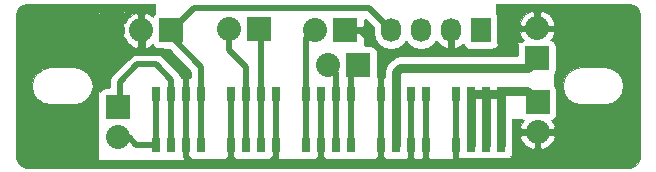
<source format=gbr>
G04 #@! TF.FileFunction,Copper,L1,Top,Signal*
%FSLAX46Y46*%
G04 Gerber Fmt 4.6, Leading zero omitted, Abs format (unit mm)*
G04 Created by KiCad (PCBNEW 0.201509121501+6184~30~ubuntu14.04.1-product) date Tue 15 Sep 2015 06:43:39 CEST*
%MOMM*%
G01*
G04 APERTURE LIST*
%ADD10C,0.100000*%
%ADD11R,2.032000X2.032000*%
%ADD12O,2.032000X2.032000*%
%ADD13R,1.727200X2.032000*%
%ADD14O,1.727200X2.032000*%
%ADD15R,0.710000X1.270000*%
%ADD16C,0.500000*%
%ADD17C,0.254000*%
%ADD18C,0.750000*%
%ADD19C,0.030000*%
G04 APERTURE END LIST*
D10*
D11*
X14680000Y13480000D03*
D12*
X12140000Y13480000D03*
D11*
X10210000Y6980000D03*
D12*
X10210000Y4440000D03*
D11*
X45670000Y11110000D03*
D12*
X45670000Y13650000D03*
D11*
X29440000Y13510000D03*
D12*
X26900000Y13510000D03*
D11*
X22110000Y13560000D03*
D12*
X19570000Y13560000D03*
D13*
X40910000Y13510000D03*
D14*
X38370000Y13510000D03*
X35830000Y13510000D03*
X33290000Y13510000D03*
D15*
X38810000Y8130000D03*
X38810000Y3810000D03*
X40080000Y8130000D03*
X40080000Y3810000D03*
X41350000Y8130000D03*
X41350000Y3810000D03*
X42620000Y8130000D03*
X42620000Y3810000D03*
X36270000Y8130000D03*
X29920000Y8130000D03*
X23570000Y8130000D03*
X17220000Y8130000D03*
X35000000Y8130000D03*
X28650000Y8130000D03*
X22300000Y8130000D03*
X15950000Y8130000D03*
X33730000Y8130000D03*
X27380000Y8130000D03*
X21030000Y8130000D03*
X14680000Y8130000D03*
X32460000Y8130000D03*
X26110000Y8130000D03*
X19760000Y8130000D03*
X13410000Y8130000D03*
X36270000Y3810000D03*
X29920000Y3810000D03*
X23570000Y3810000D03*
X17220000Y3810000D03*
X35000000Y3810000D03*
X28650000Y3810000D03*
X22300000Y3810000D03*
X15950000Y3810000D03*
X33730000Y3810000D03*
X27380000Y3810000D03*
X21030000Y3810000D03*
X14680000Y3810000D03*
X32460000Y3810000D03*
X26110000Y3810000D03*
X19760000Y3810000D03*
X13410000Y3810000D03*
D11*
X45710000Y7430000D03*
D12*
X45710000Y4890000D03*
D11*
X30520000Y10520000D03*
D12*
X27980000Y10520000D03*
D16*
X29440000Y13510000D02*
X30660000Y13510000D01*
X30660000Y13510000D02*
X32855000Y11315000D01*
X32460000Y8130000D02*
X32460000Y10920000D01*
X38370000Y11940000D02*
X38370000Y13510000D01*
X38090000Y11660000D02*
X38370000Y11940000D01*
X33200000Y11660000D02*
X38090000Y11660000D01*
X32460000Y10920000D02*
X32855000Y11315000D01*
X32855000Y11315000D02*
X33200000Y11660000D01*
X35000000Y3810000D02*
X35000000Y2600000D01*
X36280000Y2570000D02*
X36280000Y3800000D01*
X36020000Y2310000D02*
X36280000Y2570000D01*
X35290000Y2310000D02*
X36020000Y2310000D01*
X35000000Y2600000D02*
X35290000Y2310000D01*
X36280000Y3800000D02*
X36270000Y3810000D01*
X23570000Y3810000D02*
X23570000Y2530000D01*
X27380000Y2660000D02*
X27380000Y3810000D01*
X26960000Y2240000D02*
X27380000Y2660000D01*
X23860000Y2240000D02*
X26960000Y2240000D01*
X23570000Y2530000D02*
X23860000Y2240000D01*
X38810000Y8130000D02*
X38810000Y3810000D01*
X38810000Y3810000D02*
X38810000Y2290000D01*
X32470000Y3800000D02*
X32470000Y8100002D01*
X32470000Y8100002D02*
X32489998Y8120000D01*
X32489998Y8120000D02*
X32470000Y8120000D01*
X32470000Y3550000D02*
X32470000Y2630000D01*
X32470000Y2630000D02*
X32810000Y2290000D01*
X32810000Y2290000D02*
X34710000Y2290000D01*
X34710000Y2290000D02*
X35010000Y2590000D01*
X32110000Y2290000D02*
X32470000Y2650000D01*
X32470000Y2650000D02*
X32470000Y3550000D01*
X27770000Y2290000D02*
X32110000Y2290000D01*
X35010000Y2590000D02*
X35010000Y3550000D01*
X35010000Y3550000D02*
X35010000Y7870000D01*
D17*
X34910000Y3450000D02*
X35010000Y3550000D01*
X35010000Y3550000D02*
X35010000Y2590000D01*
X27390000Y3550000D02*
X27390000Y2670000D01*
D16*
X27390000Y2670000D02*
X27770000Y2290000D01*
X27390000Y2670000D02*
X27390000Y7870000D01*
X38810000Y2290000D02*
X36610000Y2290000D01*
X36610000Y2290000D02*
X36280000Y2620000D01*
X36280000Y2620000D02*
X36280000Y3550000D01*
X36280000Y7870000D02*
X36280000Y3550000D01*
X12270000Y11930000D02*
X12270000Y13490000D01*
X12510000Y11690000D02*
X12270000Y11930000D01*
X14010000Y11690000D02*
X12510000Y11690000D01*
X15960000Y9740000D02*
X14010000Y11690000D01*
X23580000Y2760000D02*
X23580000Y3550000D01*
X23580000Y3550000D02*
X23580000Y7870000D01*
X23130000Y2310000D02*
X23580000Y2760000D01*
X15960000Y8120000D02*
X15960000Y9740000D01*
X15960000Y3550000D02*
X15960000Y7870000D01*
D17*
X15960000Y7870000D02*
X15910000Y7920000D01*
D16*
X15960000Y2740000D02*
X16410000Y2290000D01*
X15960000Y3550000D02*
X15960000Y2740000D01*
X19410000Y2290000D02*
X19770000Y2650000D01*
X16410000Y2290000D02*
X19410000Y2290000D01*
X20110000Y2310000D02*
X23130000Y2310000D01*
X19770000Y2650000D02*
X20110000Y2310000D01*
X19770000Y7870000D02*
X19770000Y3550000D01*
X19770000Y3550000D02*
X19770000Y2650000D01*
X14680000Y13480000D02*
X14770000Y13480000D01*
X14770000Y13480000D02*
X16630000Y15340000D01*
X31460000Y15340000D02*
X33290000Y13510000D01*
X16630000Y15340000D02*
X31460000Y15340000D01*
X14680000Y13480000D02*
X14680000Y13730000D01*
D17*
X14680000Y13480000D02*
X14680000Y13570000D01*
D16*
X17230000Y8120000D02*
X17230000Y10370000D01*
X17230000Y3550000D02*
X17230000Y7870000D01*
D17*
X17230000Y7870000D02*
X17210000Y7890000D01*
D16*
X17230000Y10370000D02*
X14810000Y12790000D01*
X14810000Y12790000D02*
X14810000Y13490000D01*
X14690000Y8120000D02*
X14690000Y9281642D01*
X14690000Y9281642D02*
X13381642Y10590000D01*
X14690000Y7870000D02*
X14690000Y3550000D01*
X13381642Y10590000D02*
X11810000Y10590000D01*
X11810000Y10590000D02*
X10310000Y9090000D01*
X10310000Y9090000D02*
X10310000Y6990000D01*
X11720000Y3800000D02*
X11070000Y4450000D01*
D17*
X11070000Y4450000D02*
X10310000Y4450000D01*
D16*
X13420000Y3800000D02*
X11720000Y3800000D01*
X13420000Y7870000D02*
X13420000Y3550000D01*
D18*
X33730000Y8130000D02*
X33730000Y9950000D01*
X34090000Y10310000D02*
X44870000Y10310000D01*
X33730000Y9950000D02*
X34090000Y10310000D01*
X44870000Y10310000D02*
X45670000Y11110000D01*
X33740000Y3800000D02*
X33740000Y8120000D01*
D16*
X26120000Y3550000D02*
X26120000Y7870000D01*
D17*
X26120000Y7870000D02*
X26110000Y7880000D01*
D16*
X26110000Y7880000D02*
X26110000Y12830000D01*
X26110000Y12830000D02*
X26870000Y13590000D01*
X22310000Y8120000D02*
X22310000Y13390000D01*
X22310000Y3550000D02*
X22310000Y7870000D01*
D17*
X22310000Y7870000D02*
X22110000Y8070000D01*
D16*
X22310000Y13390000D02*
X22110000Y13590000D01*
X19570000Y11830000D02*
X19570000Y13590000D01*
X21010000Y10390000D02*
X19570000Y11830000D01*
X21010000Y7900000D02*
X21010000Y10390000D01*
X21040000Y3550000D02*
X21040000Y7870000D01*
D17*
X21040000Y7870000D02*
X21010000Y7900000D01*
D18*
X40080000Y3810000D02*
X40080000Y8130000D01*
X40080000Y8130000D02*
X41350000Y8130000D01*
X41350000Y8130000D02*
X42620000Y8130000D01*
X42620000Y8130000D02*
X42820000Y8330000D01*
X42820000Y8330000D02*
X44810000Y8330000D01*
X44810000Y8330000D02*
X45710000Y7430000D01*
X42620000Y3810000D02*
X42620000Y8130000D01*
X41350000Y3810000D02*
X41350000Y8130000D01*
D17*
X40010000Y7430000D02*
X40010000Y7990000D01*
D16*
X29920000Y3810000D02*
X29920000Y8130000D01*
X29920000Y8130000D02*
X29930000Y8140000D01*
X29930000Y8140000D02*
X29930000Y9930000D01*
X29930000Y9930000D02*
X30520000Y10520000D01*
X28650000Y3810000D02*
X28650000Y8130000D01*
X28650000Y8130000D02*
X28620000Y8160000D01*
X28620000Y8160000D02*
X28620000Y9880000D01*
X28620000Y9880000D02*
X27980000Y10520000D01*
D17*
G36*
X8699214Y8477300D02*
X8925449Y8631880D01*
X9194000Y8686263D01*
X9383000Y8686263D01*
X9383000Y9090000D01*
X9453564Y9444748D01*
X9581615Y9636390D01*
X9654512Y9745488D01*
X11154512Y11245488D01*
X11455252Y11446436D01*
X11810000Y11517000D01*
X13381642Y11517000D01*
X13736390Y11446436D01*
X14037130Y11245488D01*
X15345488Y9937130D01*
X15546437Y9636389D01*
X15570185Y9517000D01*
X16303000Y9517000D01*
X16303000Y9986024D01*
X14515287Y11773737D01*
X13664000Y11773737D01*
X13477000Y11808924D01*
X13477000Y11680000D01*
X13468315Y11633841D01*
X13441035Y11591447D01*
X13399410Y11563006D01*
X13350000Y11553000D01*
X10760000Y11553000D01*
X10713841Y11561685D01*
X10671447Y11588965D01*
X10643006Y11630590D01*
X10633000Y11680000D01*
X10633000Y12782649D01*
X10497388Y13069991D01*
X10622722Y13332000D01*
X10633000Y13332000D01*
X10633000Y13628000D01*
X10622722Y13628000D01*
X10497388Y13890009D01*
X10633000Y14177351D01*
X10633000Y14955184D01*
X8637000Y14868402D01*
X8637000Y9112101D01*
X8674131Y8925431D01*
X8674131Y8641769D01*
X8637000Y8455099D01*
X8637000Y8380616D01*
X8699214Y8477300D01*
X8699214Y8477300D01*
G37*
X8699214Y8477300D02*
X8925449Y8631880D01*
X9194000Y8686263D01*
X9383000Y8686263D01*
X9383000Y9090000D01*
X9453564Y9444748D01*
X9581615Y9636390D01*
X9654512Y9745488D01*
X11154512Y11245488D01*
X11455252Y11446436D01*
X11810000Y11517000D01*
X13381642Y11517000D01*
X13736390Y11446436D01*
X14037130Y11245488D01*
X15345488Y9937130D01*
X15546437Y9636389D01*
X15570185Y9517000D01*
X16303000Y9517000D01*
X16303000Y9986024D01*
X14515287Y11773737D01*
X13664000Y11773737D01*
X13477000Y11808924D01*
X13477000Y11680000D01*
X13468315Y11633841D01*
X13441035Y11591447D01*
X13399410Y11563006D01*
X13350000Y11553000D01*
X10760000Y11553000D01*
X10713841Y11561685D01*
X10671447Y11588965D01*
X10643006Y11630590D01*
X10633000Y11680000D01*
X10633000Y12782649D01*
X10497388Y13069991D01*
X10622722Y13332000D01*
X10633000Y13332000D01*
X10633000Y13628000D01*
X10622722Y13628000D01*
X10497388Y13890009D01*
X10633000Y14177351D01*
X10633000Y14955184D01*
X8637000Y14868402D01*
X8637000Y9112101D01*
X8674131Y8925431D01*
X8674131Y8641769D01*
X8637000Y8455099D01*
X8637000Y8380616D01*
X8699214Y8477300D01*
G36*
X32678000Y9950000D02*
X32758079Y10352583D01*
X32986124Y10693876D01*
X33346124Y11053876D01*
X33687417Y11281921D01*
X34090000Y11362000D01*
X43963737Y11362000D01*
X43963737Y12126000D01*
X43998924Y12313000D01*
X43784124Y12313000D01*
X43770145Y12303319D01*
X43720799Y12293003D01*
X42424508Y12284850D01*
X42416656Y12243119D01*
X42268386Y12012700D01*
X42042151Y11858120D01*
X41773600Y11803737D01*
X40046400Y11803737D01*
X39795519Y11850944D01*
X39565100Y11999214D01*
X39410520Y12225449D01*
X39405368Y12250889D01*
X39279225Y12113644D01*
X38756066Y11866157D01*
X38518000Y11994260D01*
X38518000Y13362000D01*
X38538000Y13362000D01*
X38538000Y13658000D01*
X38518000Y13658000D01*
X38518000Y13678000D01*
X38222000Y13678000D01*
X38222000Y13658000D01*
X38202000Y13658000D01*
X38202000Y13362000D01*
X38222000Y13362000D01*
X38222000Y11994260D01*
X37983934Y11866157D01*
X37460775Y12113644D01*
X37100299Y12505845D01*
X36919369Y12235063D01*
X36419562Y11901103D01*
X35830000Y11783832D01*
X35240438Y11901103D01*
X34740631Y12235063D01*
X34560000Y12505397D01*
X34379369Y12235063D01*
X33879562Y11901103D01*
X33290000Y11783832D01*
X32700438Y11901103D01*
X32200631Y12235063D01*
X31866671Y12734870D01*
X31749400Y13324432D01*
X31749400Y13695568D01*
X31756709Y13732315D01*
X31133000Y14356024D01*
X31133000Y13827250D01*
X30963750Y13658000D01*
X29588000Y13658000D01*
X29588000Y13678000D01*
X29292000Y13678000D01*
X29292000Y13658000D01*
X29272000Y13658000D01*
X29272000Y13362000D01*
X29292000Y13362000D01*
X29292000Y13342000D01*
X29588000Y13342000D01*
X29588000Y13362000D01*
X30963750Y13362000D01*
X31133000Y13192750D01*
X31133000Y12359336D01*
X31077879Y12226263D01*
X31536000Y12226263D01*
X31786881Y12179056D01*
X32017300Y12030786D01*
X32171880Y11804551D01*
X32226263Y11536000D01*
X32226263Y9517000D01*
X32678000Y9517000D01*
X32678000Y9950000D01*
X32678000Y9950000D01*
G37*
X32678000Y9950000D02*
X32758079Y10352583D01*
X32986124Y10693876D01*
X33346124Y11053876D01*
X33687417Y11281921D01*
X34090000Y11362000D01*
X43963737Y11362000D01*
X43963737Y12126000D01*
X43998924Y12313000D01*
X43784124Y12313000D01*
X43770145Y12303319D01*
X43720799Y12293003D01*
X42424508Y12284850D01*
X42416656Y12243119D01*
X42268386Y12012700D01*
X42042151Y11858120D01*
X41773600Y11803737D01*
X40046400Y11803737D01*
X39795519Y11850944D01*
X39565100Y11999214D01*
X39410520Y12225449D01*
X39405368Y12250889D01*
X39279225Y12113644D01*
X38756066Y11866157D01*
X38518000Y11994260D01*
X38518000Y13362000D01*
X38538000Y13362000D01*
X38538000Y13658000D01*
X38518000Y13658000D01*
X38518000Y13678000D01*
X38222000Y13678000D01*
X38222000Y13658000D01*
X38202000Y13658000D01*
X38202000Y13362000D01*
X38222000Y13362000D01*
X38222000Y11994260D01*
X37983934Y11866157D01*
X37460775Y12113644D01*
X37100299Y12505845D01*
X36919369Y12235063D01*
X36419562Y11901103D01*
X35830000Y11783832D01*
X35240438Y11901103D01*
X34740631Y12235063D01*
X34560000Y12505397D01*
X34379369Y12235063D01*
X33879562Y11901103D01*
X33290000Y11783832D01*
X32700438Y11901103D01*
X32200631Y12235063D01*
X31866671Y12734870D01*
X31749400Y13324432D01*
X31749400Y13695568D01*
X31756709Y13732315D01*
X31133000Y14356024D01*
X31133000Y13827250D01*
X30963750Y13658000D01*
X29588000Y13658000D01*
X29588000Y13678000D01*
X29292000Y13678000D01*
X29292000Y13658000D01*
X29272000Y13658000D01*
X29272000Y13362000D01*
X29292000Y13362000D01*
X29292000Y13342000D01*
X29588000Y13342000D01*
X29588000Y13362000D01*
X30963750Y13362000D01*
X31133000Y13192750D01*
X31133000Y12359336D01*
X31077879Y12226263D01*
X31536000Y12226263D01*
X31786881Y12179056D01*
X32017300Y12030786D01*
X32171880Y11804551D01*
X32226263Y11536000D01*
X32226263Y9517000D01*
X32678000Y9517000D01*
X32678000Y9950000D01*
D19*
G36*
X53818420Y1920948D02*
X54121343Y2123354D01*
X54323752Y2426280D01*
X54396100Y2790002D01*
X54396100Y14777198D01*
X54323752Y15140920D01*
X54121343Y15443846D01*
X53818420Y15646252D01*
X53454698Y15718600D01*
X42145000Y15718600D01*
X42145000Y14910879D01*
X42146839Y14909696D01*
X42266712Y14734256D01*
X42308885Y14526000D01*
X42308885Y14123889D01*
X44205777Y14123889D01*
X44299533Y14350283D01*
X44671840Y14821432D01*
X45196108Y15114241D01*
X45431000Y15039597D01*
X45431000Y13889000D01*
X45909000Y13889000D01*
X45909000Y15039597D01*
X46143892Y15114241D01*
X46668160Y14821432D01*
X47040467Y14350283D01*
X47134223Y14123889D01*
X47057821Y13889000D01*
X45909000Y13889000D01*
X45431000Y13889000D01*
X44282179Y13889000D01*
X44205777Y14123889D01*
X42308885Y14123889D01*
X42308885Y12494000D01*
X42296098Y12426045D01*
X43705000Y12434906D01*
X43705000Y12440000D01*
X43706182Y12445836D01*
X43709541Y12450752D01*
X43714548Y12453974D01*
X43720000Y12455000D01*
X44241837Y12455000D01*
X44270304Y12499239D01*
X44445744Y12619112D01*
X44544912Y12639194D01*
X44299533Y12949717D01*
X44205777Y13176111D01*
X44282179Y13411000D01*
X45431000Y13411000D01*
X45431000Y13391000D01*
X45909000Y13391000D01*
X45909000Y13411000D01*
X47057821Y13411000D01*
X47134223Y13176111D01*
X47040467Y12949717D01*
X46796165Y12640556D01*
X46880553Y12624677D01*
X47059239Y12509696D01*
X47096611Y12455000D01*
X47110000Y12455000D01*
X47115836Y12453818D01*
X47120752Y12450459D01*
X47123974Y12445452D01*
X47125000Y12440000D01*
X47125000Y12413452D01*
X47179112Y12334256D01*
X47221285Y12126000D01*
X47221285Y10094000D01*
X47184677Y9899447D01*
X47125000Y9806706D01*
X47125000Y8791994D01*
X47146232Y8760919D01*
X47837349Y8760919D01*
X47837349Y8786281D01*
X47951530Y9360305D01*
X47951530Y9360306D01*
X47961235Y9383737D01*
X48286395Y9870372D01*
X48304328Y9888306D01*
X48790963Y10213465D01*
X48814394Y10223170D01*
X49388419Y10337351D01*
X49394821Y10337351D01*
X49401100Y10338600D01*
X51401100Y10338600D01*
X51407379Y10337351D01*
X51413781Y10337351D01*
X51987806Y10223170D01*
X52011237Y10213465D01*
X52497872Y9888305D01*
X52506177Y9880000D01*
X52515806Y9870372D01*
X52840965Y9383737D01*
X52850670Y9360306D01*
X52850670Y9360305D01*
X52964851Y8786281D01*
X52964851Y8760919D01*
X52850670Y8186894D01*
X52840965Y8163463D01*
X52515806Y7676828D01*
X52497872Y7658895D01*
X52011237Y7333735D01*
X51987806Y7324030D01*
X51413781Y7209849D01*
X51407379Y7209849D01*
X51401100Y7208600D01*
X49401100Y7208600D01*
X49394821Y7209849D01*
X49388419Y7209849D01*
X48814394Y7324030D01*
X48790963Y7333735D01*
X48304328Y7658894D01*
X48294329Y7668894D01*
X48286395Y7676828D01*
X47961235Y8163463D01*
X47951530Y8186894D01*
X47837349Y8760919D01*
X47146232Y8760919D01*
X47219112Y8654256D01*
X47261285Y8446000D01*
X47261285Y6414000D01*
X47224677Y6219447D01*
X47125000Y6064544D01*
X47125000Y5990000D01*
X47123818Y5984164D01*
X47120459Y5979248D01*
X47115452Y5976026D01*
X47110000Y5975000D01*
X47013452Y5975000D01*
X46934256Y5920888D01*
X46835088Y5900806D01*
X47080467Y5590283D01*
X47174223Y5363889D01*
X47097821Y5129000D01*
X45949000Y5129000D01*
X45949000Y5149000D01*
X45471000Y5149000D01*
X45471000Y5129000D01*
X44322179Y5129000D01*
X44245777Y5363889D01*
X44339533Y5590283D01*
X44583835Y5899444D01*
X44499447Y5915323D01*
X44406706Y5975000D01*
X43545000Y5975000D01*
X43545000Y4416111D01*
X44245777Y4416111D01*
X44322179Y4651000D01*
X45471000Y4651000D01*
X45471000Y3500403D01*
X45949000Y3500403D01*
X45949000Y4651000D01*
X47097821Y4651000D01*
X47174223Y4416111D01*
X47080467Y4189717D01*
X46708160Y3718568D01*
X46183892Y3425759D01*
X45949000Y3500403D01*
X45471000Y3500403D01*
X45236108Y3425759D01*
X44711840Y3718568D01*
X44339533Y4189717D01*
X44245777Y4416111D01*
X43545000Y4416111D01*
X43545000Y2830608D01*
X43543822Y2824781D01*
X43540466Y2819862D01*
X43535460Y2816637D01*
X43529595Y2815613D01*
X43523793Y2816953D01*
X43403621Y2871577D01*
X43395755Y2859353D01*
X43551051Y2690142D01*
X43553627Y2686270D01*
X43554993Y2680474D01*
X43553996Y2674604D01*
X43550794Y2669584D01*
X43545891Y2666205D01*
X43540060Y2665000D01*
X43091055Y2663217D01*
X42975000Y2639715D01*
X42265000Y2639715D01*
X42159756Y2659518D01*
X41795651Y2658072D01*
X41705000Y2639715D01*
X40995000Y2639715D01*
X40916006Y2654579D01*
X40500246Y2652928D01*
X40435000Y2639715D01*
X39725000Y2639715D01*
X39672257Y2649639D01*
X39025000Y2647068D01*
X39025000Y2590000D01*
X39023818Y2584164D01*
X39020459Y2579248D01*
X39015452Y2576026D01*
X39010049Y2575000D01*
X8510049Y2475000D01*
X8504209Y2476163D01*
X8499282Y2479506D01*
X8496044Y2484502D01*
X8495000Y2490000D01*
X8495000Y14990000D01*
X8496182Y14995836D01*
X8499541Y15000752D01*
X8504548Y15003974D01*
X8509348Y15004986D01*
X10759348Y15102812D01*
X10765230Y15101885D01*
X10770288Y15098742D01*
X10773724Y15093880D01*
X10775000Y15087826D01*
X10775000Y14131581D01*
X10968568Y14478160D01*
X11439717Y14850467D01*
X11666111Y14944223D01*
X11901000Y14867821D01*
X11901000Y13719000D01*
X11881000Y13719000D01*
X11881000Y13241000D01*
X11901000Y13241000D01*
X11901000Y12092179D01*
X11666111Y12015777D01*
X11439717Y12109533D01*
X10968568Y12481840D01*
X10775000Y12828419D01*
X10775000Y11695000D01*
X13335000Y11695000D01*
X13335000Y12051837D01*
X13290761Y12080304D01*
X13170888Y12255744D01*
X13150806Y12354912D01*
X12840283Y12109533D01*
X12613889Y12015777D01*
X12379000Y12092179D01*
X12379000Y13241000D01*
X12399000Y13241000D01*
X12399000Y13719000D01*
X12379000Y13719000D01*
X12379000Y14867821D01*
X12613889Y14944223D01*
X12840283Y14850467D01*
X13149444Y14606165D01*
X13165323Y14690553D01*
X13280304Y14869239D01*
X13335000Y14906611D01*
X13335000Y15718600D01*
X2467502Y15718600D01*
X2103780Y15646252D01*
X1800854Y15443843D01*
X1598448Y15140920D01*
X1526100Y14777198D01*
X1526100Y8770919D01*
X2897349Y8770919D01*
X2897349Y8796281D01*
X3011530Y9370305D01*
X3011530Y9370306D01*
X3021235Y9393737D01*
X3346395Y9880372D01*
X3364328Y9898306D01*
X3850963Y10223465D01*
X3874394Y10233170D01*
X4448419Y10347351D01*
X4454821Y10347351D01*
X4461100Y10348600D01*
X6461100Y10348600D01*
X6467379Y10347351D01*
X6473781Y10347351D01*
X7047806Y10233170D01*
X7071237Y10223465D01*
X7557872Y9898305D01*
X7558166Y9898011D01*
X7575806Y9880372D01*
X7900965Y9393737D01*
X7910670Y9370306D01*
X7910670Y9370305D01*
X8024851Y8796281D01*
X8024851Y8770919D01*
X7910670Y8196894D01*
X7900965Y8173463D01*
X7575806Y7686828D01*
X7557872Y7668895D01*
X7071237Y7343735D01*
X7047806Y7334030D01*
X6473781Y7219849D01*
X6467379Y7219849D01*
X6461100Y7218600D01*
X4461100Y7218600D01*
X4454821Y7219849D01*
X4448419Y7219849D01*
X3874394Y7334030D01*
X3850963Y7343735D01*
X3364328Y7668894D01*
X3346395Y7686828D01*
X3021235Y8173463D01*
X3011530Y8196894D01*
X2897349Y8770919D01*
X1526100Y8770919D01*
X1526100Y2790002D01*
X1598448Y2426280D01*
X1800854Y2123357D01*
X2103780Y1920948D01*
X2467502Y1848600D01*
X53454698Y1848600D01*
X53818420Y1920948D01*
X53818420Y1920948D01*
G37*
X53818420Y1920948D02*
X54121343Y2123354D01*
X54323752Y2426280D01*
X54396100Y2790002D01*
X54396100Y14777198D01*
X54323752Y15140920D01*
X54121343Y15443846D01*
X53818420Y15646252D01*
X53454698Y15718600D01*
X42145000Y15718600D01*
X42145000Y14910879D01*
X42146839Y14909696D01*
X42266712Y14734256D01*
X42308885Y14526000D01*
X42308885Y14123889D01*
X44205777Y14123889D01*
X44299533Y14350283D01*
X44671840Y14821432D01*
X45196108Y15114241D01*
X45431000Y15039597D01*
X45431000Y13889000D01*
X45909000Y13889000D01*
X45909000Y15039597D01*
X46143892Y15114241D01*
X46668160Y14821432D01*
X47040467Y14350283D01*
X47134223Y14123889D01*
X47057821Y13889000D01*
X45909000Y13889000D01*
X45431000Y13889000D01*
X44282179Y13889000D01*
X44205777Y14123889D01*
X42308885Y14123889D01*
X42308885Y12494000D01*
X42296098Y12426045D01*
X43705000Y12434906D01*
X43705000Y12440000D01*
X43706182Y12445836D01*
X43709541Y12450752D01*
X43714548Y12453974D01*
X43720000Y12455000D01*
X44241837Y12455000D01*
X44270304Y12499239D01*
X44445744Y12619112D01*
X44544912Y12639194D01*
X44299533Y12949717D01*
X44205777Y13176111D01*
X44282179Y13411000D01*
X45431000Y13411000D01*
X45431000Y13391000D01*
X45909000Y13391000D01*
X45909000Y13411000D01*
X47057821Y13411000D01*
X47134223Y13176111D01*
X47040467Y12949717D01*
X46796165Y12640556D01*
X46880553Y12624677D01*
X47059239Y12509696D01*
X47096611Y12455000D01*
X47110000Y12455000D01*
X47115836Y12453818D01*
X47120752Y12450459D01*
X47123974Y12445452D01*
X47125000Y12440000D01*
X47125000Y12413452D01*
X47179112Y12334256D01*
X47221285Y12126000D01*
X47221285Y10094000D01*
X47184677Y9899447D01*
X47125000Y9806706D01*
X47125000Y8791994D01*
X47146232Y8760919D01*
X47837349Y8760919D01*
X47837349Y8786281D01*
X47951530Y9360305D01*
X47951530Y9360306D01*
X47961235Y9383737D01*
X48286395Y9870372D01*
X48304328Y9888306D01*
X48790963Y10213465D01*
X48814394Y10223170D01*
X49388419Y10337351D01*
X49394821Y10337351D01*
X49401100Y10338600D01*
X51401100Y10338600D01*
X51407379Y10337351D01*
X51413781Y10337351D01*
X51987806Y10223170D01*
X52011237Y10213465D01*
X52497872Y9888305D01*
X52506177Y9880000D01*
X52515806Y9870372D01*
X52840965Y9383737D01*
X52850670Y9360306D01*
X52850670Y9360305D01*
X52964851Y8786281D01*
X52964851Y8760919D01*
X52850670Y8186894D01*
X52840965Y8163463D01*
X52515806Y7676828D01*
X52497872Y7658895D01*
X52011237Y7333735D01*
X51987806Y7324030D01*
X51413781Y7209849D01*
X51407379Y7209849D01*
X51401100Y7208600D01*
X49401100Y7208600D01*
X49394821Y7209849D01*
X49388419Y7209849D01*
X48814394Y7324030D01*
X48790963Y7333735D01*
X48304328Y7658894D01*
X48294329Y7668894D01*
X48286395Y7676828D01*
X47961235Y8163463D01*
X47951530Y8186894D01*
X47837349Y8760919D01*
X47146232Y8760919D01*
X47219112Y8654256D01*
X47261285Y8446000D01*
X47261285Y6414000D01*
X47224677Y6219447D01*
X47125000Y6064544D01*
X47125000Y5990000D01*
X47123818Y5984164D01*
X47120459Y5979248D01*
X47115452Y5976026D01*
X47110000Y5975000D01*
X47013452Y5975000D01*
X46934256Y5920888D01*
X46835088Y5900806D01*
X47080467Y5590283D01*
X47174223Y5363889D01*
X47097821Y5129000D01*
X45949000Y5129000D01*
X45949000Y5149000D01*
X45471000Y5149000D01*
X45471000Y5129000D01*
X44322179Y5129000D01*
X44245777Y5363889D01*
X44339533Y5590283D01*
X44583835Y5899444D01*
X44499447Y5915323D01*
X44406706Y5975000D01*
X43545000Y5975000D01*
X43545000Y4416111D01*
X44245777Y4416111D01*
X44322179Y4651000D01*
X45471000Y4651000D01*
X45471000Y3500403D01*
X45949000Y3500403D01*
X45949000Y4651000D01*
X47097821Y4651000D01*
X47174223Y4416111D01*
X47080467Y4189717D01*
X46708160Y3718568D01*
X46183892Y3425759D01*
X45949000Y3500403D01*
X45471000Y3500403D01*
X45236108Y3425759D01*
X44711840Y3718568D01*
X44339533Y4189717D01*
X44245777Y4416111D01*
X43545000Y4416111D01*
X43545000Y2830608D01*
X43543822Y2824781D01*
X43540466Y2819862D01*
X43535460Y2816637D01*
X43529595Y2815613D01*
X43523793Y2816953D01*
X43403621Y2871577D01*
X43395755Y2859353D01*
X43551051Y2690142D01*
X43553627Y2686270D01*
X43554993Y2680474D01*
X43553996Y2674604D01*
X43550794Y2669584D01*
X43545891Y2666205D01*
X43540060Y2665000D01*
X43091055Y2663217D01*
X42975000Y2639715D01*
X42265000Y2639715D01*
X42159756Y2659518D01*
X41795651Y2658072D01*
X41705000Y2639715D01*
X40995000Y2639715D01*
X40916006Y2654579D01*
X40500246Y2652928D01*
X40435000Y2639715D01*
X39725000Y2639715D01*
X39672257Y2649639D01*
X39025000Y2647068D01*
X39025000Y2590000D01*
X39023818Y2584164D01*
X39020459Y2579248D01*
X39015452Y2576026D01*
X39010049Y2575000D01*
X8510049Y2475000D01*
X8504209Y2476163D01*
X8499282Y2479506D01*
X8496044Y2484502D01*
X8495000Y2490000D01*
X8495000Y14990000D01*
X8496182Y14995836D01*
X8499541Y15000752D01*
X8504548Y15003974D01*
X8509348Y15004986D01*
X10759348Y15102812D01*
X10765230Y15101885D01*
X10770288Y15098742D01*
X10773724Y15093880D01*
X10775000Y15087826D01*
X10775000Y14131581D01*
X10968568Y14478160D01*
X11439717Y14850467D01*
X11666111Y14944223D01*
X11901000Y14867821D01*
X11901000Y13719000D01*
X11881000Y13719000D01*
X11881000Y13241000D01*
X11901000Y13241000D01*
X11901000Y12092179D01*
X11666111Y12015777D01*
X11439717Y12109533D01*
X10968568Y12481840D01*
X10775000Y12828419D01*
X10775000Y11695000D01*
X13335000Y11695000D01*
X13335000Y12051837D01*
X13290761Y12080304D01*
X13170888Y12255744D01*
X13150806Y12354912D01*
X12840283Y12109533D01*
X12613889Y12015777D01*
X12379000Y12092179D01*
X12379000Y13241000D01*
X12399000Y13241000D01*
X12399000Y13719000D01*
X12379000Y13719000D01*
X12379000Y14867821D01*
X12613889Y14944223D01*
X12840283Y14850467D01*
X13149444Y14606165D01*
X13165323Y14690553D01*
X13280304Y14869239D01*
X13335000Y14906611D01*
X13335000Y15718600D01*
X2467502Y15718600D01*
X2103780Y15646252D01*
X1800854Y15443843D01*
X1598448Y15140920D01*
X1526100Y14777198D01*
X1526100Y8770919D01*
X2897349Y8770919D01*
X2897349Y8796281D01*
X3011530Y9370305D01*
X3011530Y9370306D01*
X3021235Y9393737D01*
X3346395Y9880372D01*
X3364328Y9898306D01*
X3850963Y10223465D01*
X3874394Y10233170D01*
X4448419Y10347351D01*
X4454821Y10347351D01*
X4461100Y10348600D01*
X6461100Y10348600D01*
X6467379Y10347351D01*
X6473781Y10347351D01*
X7047806Y10233170D01*
X7071237Y10223465D01*
X7557872Y9898305D01*
X7558166Y9898011D01*
X7575806Y9880372D01*
X7900965Y9393737D01*
X7910670Y9370306D01*
X7910670Y9370305D01*
X8024851Y8796281D01*
X8024851Y8770919D01*
X7910670Y8196894D01*
X7900965Y8173463D01*
X7575806Y7686828D01*
X7557872Y7668895D01*
X7071237Y7343735D01*
X7047806Y7334030D01*
X6473781Y7219849D01*
X6467379Y7219849D01*
X6461100Y7218600D01*
X4461100Y7218600D01*
X4454821Y7219849D01*
X4448419Y7219849D01*
X3874394Y7334030D01*
X3850963Y7343735D01*
X3364328Y7668894D01*
X3346395Y7686828D01*
X3021235Y8173463D01*
X3011530Y8196894D01*
X2897349Y8770919D01*
X1526100Y8770919D01*
X1526100Y2790002D01*
X1598448Y2426280D01*
X1800854Y2123357D01*
X2103780Y1920948D01*
X2467502Y1848600D01*
X53454698Y1848600D01*
X53818420Y1920948D01*
M02*

</source>
